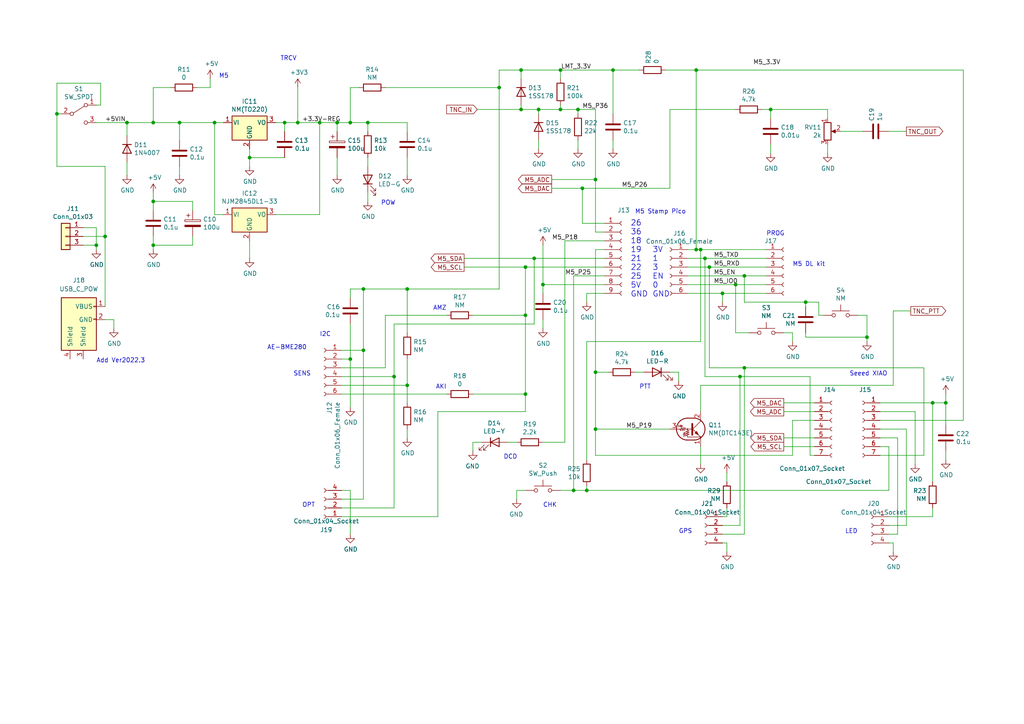
<source format=kicad_sch>
(kicad_sch (version 20230121) (generator eeschema)
  (paper "A4")
  (title_block (title "QRP-TNC") (date "2023-08-13") (company "PRUG / JK1MLY"))
  (lib_symbols
    (symbol "Connector:Conn_01x04_Socket" (pin_names (offset 1.016) hide)
      (property "Reference" "J" (at 0 5.08 0))
      (property "Value" "Conn_01x04_Socket" (at 0 -7.62 0))
      (symbol "Conn_01x04_Socket_1_1"
        (pin passive line (at -5.08 2.54 0) (length 3.81) (name "Pin_1") (number "1"))
        (pin passive line (at -5.08 0 0) (length 3.81) (name "Pin_2") (number "2"))
        (pin passive line (at -5.08 -2.54 0) (length 3.81) (name "Pin_3") (number "3"))
        (pin passive line (at -5.08 -5.08 0) (length 3.81) (name "Pin_4") (number "4"))
      )
    )
    (symbol "Connector:Conn_01x06_Female" (pin_names (offset 1.016) hide)
      (property "Reference" "J" (at 0 7.62 0))
      (property "Value" "Conn_01x06_Female" (at 0 -10.16 0))
      (symbol "Conn_01x06_Female_1_1"
        (pin passive line (at -5.08 5.08 0) (length 3.81) (name "Pin_1") (number "1"))
        (pin passive line (at -5.08 2.54 0) (length 3.81) (name "Pin_2") (number "2"))
        (pin passive line (at -5.08 0 0) (length 3.81) (name "Pin_3") (number "3"))
        (pin passive line (at -5.08 -2.54 0) (length 3.81) (name "Pin_4") (number "4"))
        (pin passive line (at -5.08 -5.08 0) (length 3.81) (name "Pin_5") (number "5"))
        (pin passive line (at -5.08 -7.62 0) (length 3.81) (name "Pin_6") (number "6"))
      )
    )
    (symbol "Connector:Conn_01x07_Socket" (pin_names (offset 1.016) hide)
      (property "Reference" "J" (at 0 10.16 0))
      (property "Value" "Conn_01x07_Socket" (at 0 -10.16 0))
      (symbol "Conn_01x07_Socket_1_1"
        (pin passive line (at -5.08 7.62 0) (length 3.81) (name "Pin_1") (number "1"))
        (pin passive line (at -5.08 5.08 0) (length 3.81) (name "Pin_2") (number "2"))
        (pin passive line (at -5.08 2.54 0) (length 3.81) (name "Pin_3") (number "3"))
        (pin passive line (at -5.08 0 0) (length 3.81) (name "Pin_4") (number "4"))
        (pin passive line (at -5.08 -2.54 0) (length 3.81) (name "Pin_5") (number "5"))
        (pin passive line (at -5.08 -5.08 0) (length 3.81) (name "Pin_6") (number "6"))
        (pin passive line (at -5.08 -7.62 0) (length 3.81) (name "Pin_7") (number "7"))
      )
    )
    (symbol "Connector:Conn_01x09_Female" (pin_names (offset 1.016) hide)
      (property "Reference" "J" (at 0 12.7 0))
      (property "Value" "Conn_01x09_Female" (at 0 -12.7 0))
      (symbol "Conn_01x09_Female_1_1"
        (pin passive line (at -5.08 10.16 0) (length 3.81) (name "Pin_1") (number "1"))
        (pin passive line (at -5.08 7.62 0) (length 3.81) (name "Pin_2") (number "2"))
        (pin passive line (at -5.08 5.08 0) (length 3.81) (name "Pin_3") (number "3"))
        (pin passive line (at -5.08 2.54 0) (length 3.81) (name "Pin_4") (number "4"))
        (pin passive line (at -5.08 0 0) (length 3.81) (name "Pin_5") (number "5"))
        (pin passive line (at -5.08 -2.54 0) (length 3.81) (name "Pin_6") (number "6"))
        (pin passive line (at -5.08 -5.08 0) (length 3.81) (name "Pin_7") (number "7"))
        (pin passive line (at -5.08 -7.62 0) (length 3.81) (name "Pin_8") (number "8"))
        (pin passive line (at -5.08 -10.16 0) (length 3.81) (name "Pin_9") (number "9"))
      )
    )
    (symbol "Connector_Generic:Conn_01x03" (pin_names (offset 1.016) hide)
      (property "Reference" "J" (at 0 5.08 0))
      (property "Value" "Conn_01x03" (at 0 -5.08 0))
      (symbol "Conn_01x03_1_1"
        (pin passive line (at -5.08 2.54 0) (length 3.81) (name "Pin_1") (number "1"))
        (pin passive line (at -5.08 0 0) (length 3.81) (name "Pin_2") (number "2"))
        (pin passive line (at -5.08 -2.54 0) (length 3.81) (name "Pin_3") (number "3"))
      )
    )
    (symbol "Device:C" (pin_numbers hide) (pin_names (offset 0.254))
      (property "Reference" "C" (at 0.635 2.54 0))
      (property "Value" "C" (at 0.635 -2.54 0))
      (symbol "C_1_1"
        (pin passive line (at 0 3.81 270) (length 2.794) (name "~") (number "1"))
        (pin passive line (at 0 -3.81 90) (length 2.794) (name "~") (number "2"))
      )
    )
    (symbol "Device:CP" (pin_numbers hide) (pin_names (offset 0.254))
      (property "Reference" "C" (at 0.635 2.54 0))
      (property "Value" "Device_CP" (at 0.635 -2.54 0))
      (symbol "CP_1_1"
        (pin passive line (at 0 3.81 270) (length 2.794) (name "~") (number "1"))
        (pin passive line (at 0 -3.81 90) (length 2.794) (name "~") (number "2"))
      )
    )
    (symbol "Device:LED" (pin_numbers hide) (pin_names (offset 1.016) hide)
      (property "Reference" "D" (at 0 2.54 0))
      (property "Value" "LED" (at 0 -2.54 0))
      (symbol "LED_1_1"
        (pin passive line (at -3.81 0 0) (length 2.54) (name "K") (number "1"))
        (pin passive line (at 3.81 0 180) (length 2.54) (name "A") (number "2"))
      )
    )
    (symbol "Device:R" (pin_numbers hide) (pin_names (offset 0))
      (property "Reference" "R" (at 2.032 0 90))
      (property "Value" "R" (at 0 0 90))
      (symbol "R_1_1"
        (pin passive line (at 0 3.81 270) (length 1.27) (name "~") (number "1"))
        (pin passive line (at 0 -3.81 90) (length 1.27) (name "~") (number "2"))
      )
    )
    (symbol "Device:R_POT" (pin_names (offset 1.016) hide)
      (property "Reference" "RV" (at -4.445 0 90))
      (property "Value" "Device_R_POT" (at -2.54 0 90))
      (symbol "R_POT_1_1"
        (pin passive line (at 0 3.81 270) (length 1.27) (name "1") (number "1"))
        (pin passive line (at 3.81 0 180) (length 1.27) (name "2") (number "2"))
        (pin passive line (at 0 -3.81 90) (length 1.27) (name "3") (number "3"))
      )
    )
    (symbol "Diode:1N4002" (pin_numbers hide) (pin_names (offset 1.016) hide)
      (property "Reference" "D" (at 0 2.54 0))
      (property "Value" "1N4002" (at 0 -2.54 0))
      (symbol "1N4002_1_1"
        (pin passive line (at -3.81 0 0) (length 2.54) (name "K") (number "1"))
        (pin passive line (at 3.81 0 180) (length 2.54) (name "A") (number "2"))
      )
    )
    (symbol "Regulator_Linear:LM2936-3.0" (pin_names (offset 0.254))
      (property "Reference" "U" (at -3.81 3.175 0))
      (property "Value" "LM2936-3.0" (at 0 3.175 0))
      (symbol "LM2936-3.0_1_1"
        (pin power_in line (at -7.62 0 0) (length 2.54) (name "VI") (number "1"))
        (pin power_in line (at 0 -7.62 90) (length 2.54) (name "GND") (number "2"))
        (pin power_out line (at 7.62 0 180) (length 2.54) (name "VO") (number "3"))
      )
    )
    (symbol "Regulator_Linear:LM2936-3.0_TO92" (pin_names (offset 0.254))
      (property "Reference" "IC11" (at 0 6.1468 0))
      (property "Value" "LM2936-3.0_TO92" (at 0 3.8354 0))
      (symbol "LM2936-3.0_TO92_1_1"
        (pin power_in line (at -7.62 0 0) (length 2.54) (name "VI") (number "1"))
        (pin power_in line (at 0 -7.62 90) (length 2.54) (name "GND") (number "2"))
        (pin power_out line (at 7.62 0 180) (length 2.54) (name "VO") (number "3"))
      )
    )
    (symbol "Switch:SW_Push" (pin_numbers hide) (pin_names (offset 1.016) hide)
      (property "Reference" "SW" (at 1.27 2.54 0))
      (property "Value" "SW_Push" (at 0 -1.524 0))
      (symbol "SW_Push_0_1"
        (pin passive line (at -5.08 0 0) (length 2.54) (name "1") (number "1"))
        (pin passive line (at 5.08 0 180) (length 2.54) (name "2") (number "2"))
      )
    )
    (symbol "Switch:SW_SPDT" (pin_names (offset 0) hide)
      (property "Reference" "SW" (at 0 4.318 0))
      (property "Value" "SW_SPDT" (at 0 -5.08 0))
      (symbol "SW_SPDT_1_1"
        (pin passive line (at 5.08 2.54 180) (length 2.54) (name "A") (number "1"))
        (pin passive line (at -5.08 0 0) (length 2.54) (name "B") (number "2"))
        (pin passive line (at 5.08 -2.54 180) (length 2.54) (name "C") (number "3"))
      )
    )
    (symbol "User_Library:USB_C_POW" (pin_names (offset 1.016))
      (property "Reference" "J" (at -5.08 11.43 0))
      (property "Value" "USB_C_POW" (at -5.08 8.89 0))
      (symbol "USB_C_POW_1_1"
        (pin power_out line (at 7.62 5.08 180) (length 2.54) (name "VBUS") (number "1"))
        (pin power_out line (at 7.62 1.27 180) (length 2.54) (name "GND") (number "2"))
        (pin passive line (at 1.27 -10.16 90) (length 2.54) (name "Shield") (number "3"))
        (pin passive line (at -2.54 -10.16 90) (length 2.54) (name "Shield") (number "4"))
      )
    )
    (symbol "power:+3.3V" (power) (pin_names (offset 0))
      (property "Value" "+3.3V" (at 0 3.556 0))
      (symbol "+3.3V_1_1"
        (pin power_in line (at 0 0 90) (length 0) hide (name "+3V3") (number "1"))
      )
    )
    (symbol "power:+5V" (power) (pin_names (offset 0))
      (property "Value" "+5V" (at 0 3.556 0))
      (symbol "+5V_1_1"
        (pin power_in line (at 0 0 90) (length 0) hide (name "+5V") (number "1"))
      )
    )
    (symbol "power:GND" (power) (pin_names (offset 0))
      (property "Value" "GND" (at 0 -3.81 0))
      (symbol "GND_1_1"
        (pin power_in line (at 0 0 270) (length 0) hide (name "GND") (number "1"))
      )
    )
    (symbol "usr_Library:DTC114E" (pin_names (offset 0) hide)
      (property "Reference" "Q11" (at 4.7752 1.1684 0))
      (property "Value" "NM(DTC114E)" (at 4.7752 -1.143 0))
      (symbol "DTC114E_0_0"
        (text "10k" (at -3.302 0.889 0) (effects (font (size 0.508 0.508))))
        (text "10k" (at -2.159 -1.524 900) (effects (font (size 0.508 0.508))))
      )
      (symbol "DTC114E_1_1"
        (pin passive line (at 2.54 -5.08 90) (length 2.54) (name "E") (number "1"))
        (pin passive line (at 2.54 5.08 270) (length 2.54) (name "C") (number "2"))
        (pin input line (at -6.35 0 0) (length 2.54) (name "B") (number "3"))
      )
    )
  )
  (junction (at 152.4 77.47))
  (junction (at 101.6 35.56))
  (junction (at 209.55 85.09))
  (junction (at 36.83 35.56))
  (junction (at 44.45 71.12))
  (junction (at 52.07 35.56))
  (junction (at 156.21 31.75))
  (junction (at 204.47 74.93))
  (junction (at 251.46 97.79))
  (junction (at 223.52 31.75))
  (junction (at 154.94 74.93))
  (junction (at 162.56 20.32))
  (junction (at 172.72 52.07))
  (junction (at 157.48 82.55))
  (junction (at 215.9 80.01))
  (junction (at 213.36 82.55))
  (junction (at 201.93 72.39))
  (junction (at 30.48 68.58))
  (junction (at 172.72 107.95))
  (junction (at 27.94 71.12))
  (junction (at 166.37 142.24))
  (junction (at 152.4 91.44))
  (junction (at 82.55 35.56))
  (junction (at 105.41 101.6))
  (junction (at 201.93 20.32))
  (junction (at 151.13 20.32))
  (junction (at 177.8 20.32))
  (junction (at 214.63 109.22))
  (junction (at 151.13 31.75))
  (junction (at 105.41 83.82))
  (junction (at 144.78 25.4))
  (junction (at 106.68 35.56))
  (junction (at 101.6 104.14))
  (junction (at 44.45 35.56))
  (junction (at 97.79 35.56))
  (junction (at 233.68 87.63))
  (junction (at 172.72 124.46))
  (junction (at 203.2 72.39))
  (junction (at 168.91 54.61))
  (junction (at 167.64 31.75))
  (junction (at 152.4 114.3))
  (junction (at 118.11 83.82))
  (junction (at 215.9 106.68))
  (junction (at 162.56 31.75))
  (junction (at 92.71 35.56))
  (junction (at 205.74 77.47))
  (junction (at 62.23 35.56))
  (junction (at 72.39 45.72))
  (junction (at 86.36 35.56))
  (junction (at 16.51 33.02))
  (junction (at 44.45 58.42))
  (junction (at 170.18 142.24))
  (junction (at 114.3 109.22))
  (junction (at 274.32 116.84))
  (junction (at 270.51 116.84))
  (junction (at 118.11 111.76))
  (wire (pts (xy 106.68 45.72) (xy 106.68 48.26)))
  (wire (pts (xy 255.27 121.92) (xy 279.4 121.92)))
  (wire (pts (xy 193.04 20.32) (xy 201.93 20.32)))
  (wire (pts (xy 203.2 119.38) (xy 203.2 111.76)))
  (wire (pts (xy 44.45 25.4) (xy 44.45 35.56)))
  (wire (pts (xy 274.32 130.81) (xy 274.32 133.35)))
  (wire (pts (xy 162.56 142.24) (xy 166.37 142.24)))
  (wire (pts (xy 265.43 119.38) (xy 265.43 134.62)))
  (wire (pts (xy 86.36 25.4) (xy 86.36 35.56)))
  (wire (pts (xy 168.91 54.61) (xy 168.91 64.77)))
  (wire (pts (xy 204.47 74.93) (xy 222.25 74.93)))
  (wire (pts (xy 227.33 116.84) (xy 236.22 116.84)))
  (wire (pts (xy 156.21 33.02) (xy 156.21 31.75)))
  (wire (pts (xy 16.51 48.26) (xy 30.48 48.26)))
  (wire (pts (xy 233.68 87.63) (xy 233.68 88.9)))
  (wire (pts (xy 204.47 74.93) (xy 204.47 109.22)))
  (wire (pts (xy 199.39 77.47) (xy 205.74 77.47)))
  (wire (pts (xy 223.52 34.29) (xy 223.52 31.75)))
  (wire (pts (xy 175.26 85.09) (xy 170.18 85.09)))
  (wire (pts (xy 213.36 31.75) (xy 194.31 31.75)))
  (wire (pts (xy 44.45 71.12) (xy 44.45 72.39)))
  (wire (pts (xy 227.33 96.52) (xy 229.87 96.52)))
  (wire (pts (xy 229.87 96.52) (xy 229.87 99.06)))
  (wire (pts (xy 118.11 83.82) (xy 144.78 83.82)))
  (wire (pts (xy 199.39 74.93) (xy 204.47 74.93)))
  (wire (pts (xy 201.93 72.39) (xy 203.2 72.39)))
  (wire (pts (xy 82.55 35.56) (xy 80.01 35.56)))
  (wire (pts (xy 177.8 20.32) (xy 162.56 20.32)))
  (wire (pts (xy 234.95 132.08) (xy 236.22 132.08)))
  (wire (pts (xy 259.08 90.17) (xy 259.08 111.76)))
  (wire (pts (xy 105.41 101.6) (xy 105.41 144.78)))
  (wire (pts (xy 233.68 87.63) (xy 237.49 87.63)))
  (wire (pts (xy 64.77 62.23) (xy 62.23 62.23)))
  (wire (pts (xy 223.52 41.91) (xy 223.52 44.45)))
  (wire (pts (xy 215.9 80.01) (xy 215.9 87.63)))
  (wire (pts (xy 175.26 69.85) (xy 163.83 69.85)))
  (wire (pts (xy 270.51 147.32) (xy 270.51 149.86)))
  (wire (pts (xy 157.48 92.71) (xy 157.48 95.25)))
  (wire (pts (xy 134.62 74.93) (xy 154.94 74.93)))
  (wire (pts (xy 92.71 35.56) (xy 97.79 35.56)))
  (wire (pts (xy 99.06 142.24) (xy 101.6 142.24)))
  (wire (pts (xy 205.74 106.68) (xy 215.9 106.68)))
  (wire (pts (xy 106.68 35.56) (xy 106.68 38.1)))
  (wire (pts (xy 267.97 132.08) (xy 267.97 106.68)))
  (wire (pts (xy 52.07 35.56) (xy 62.23 35.56)))
  (wire (pts (xy 144.78 25.4) (xy 144.78 83.82)))
  (wire (pts (xy 186.69 107.95) (xy 184.15 107.95)))
  (wire (pts (xy 274.32 114.3) (xy 274.32 116.84)))
  (wire (pts (xy 36.83 50.8) (xy 36.83 46.99)))
  (wire (pts (xy 167.64 31.75) (xy 167.64 33.02)))
  (wire (pts (xy 156.21 31.75) (xy 162.56 31.75)))
  (wire (pts (xy 172.72 132.08) (xy 229.87 132.08)))
  (wire (pts (xy 118.11 104.14) (xy 118.11 111.76)))
  (wire (pts (xy 97.79 45.72) (xy 97.79 50.8)))
  (wire (pts (xy 114.3 109.22) (xy 114.3 93.98)))
  (wire (pts (xy 255.27 119.38) (xy 265.43 119.38)))
  (wire (pts (xy 175.26 82.55) (xy 157.48 82.55)))
  (wire (pts (xy 199.39 80.01) (xy 215.9 80.01)))
  (wire (pts (xy 160.02 54.61) (xy 168.91 54.61)))
  (wire (pts (xy 194.31 31.75) (xy 194.31 54.61)))
  (wire (pts (xy 152.4 91.44) (xy 152.4 114.3)))
  (wire (pts (xy 215.9 87.63) (xy 233.68 87.63)))
  (wire (pts (xy 99.06 101.6) (xy 105.41 101.6)))
  (wire (pts (xy 154.94 74.93) (xy 175.26 74.93)))
  (wire (pts (xy 255.27 132.08) (xy 267.97 132.08)))
  (wire (pts (xy 251.46 91.44) (xy 251.46 97.79)))
  (wire (pts (xy 105.41 83.82) (xy 101.6 83.82)))
  (wire (pts (xy 101.6 104.14) (xy 101.6 118.11)))
  (wire (pts (xy 240.03 31.75) (xy 240.03 34.29)))
  (wire (pts (xy 255.27 124.46) (xy 262.89 124.46)))
  (wire (pts (xy 204.47 109.22) (xy 214.63 109.22)))
  (wire (pts (xy 24.13 68.58) (xy 30.48 68.58)))
  (wire (pts (xy 44.45 60.96) (xy 44.45 58.42)))
  (wire (pts (xy 44.45 68.58) (xy 44.45 71.12)))
  (wire (pts (xy 213.36 82.55) (xy 222.25 82.55)))
  (wire (pts (xy 279.4 20.32) (xy 201.93 20.32)))
  (wire (pts (xy 82.55 38.1) (xy 82.55 35.56)))
  (wire (pts (xy 215.9 106.68) (xy 267.97 106.68)))
  (wire (pts (xy 99.06 149.86) (xy 127 149.86)))
  (wire (pts (xy 44.45 35.56) (xy 52.07 35.56)))
  (wire (pts (xy 172.72 52.07) (xy 172.72 31.75)))
  (wire (pts (xy 16.51 33.02) (xy 17.78 33.02)))
  (wire (pts (xy 152.4 77.47) (xy 175.26 77.47)))
  (wire (pts (xy 72.39 69.85) (xy 72.39 74.93)))
  (wire (pts (xy 72.39 45.72) (xy 72.39 43.18)))
  (wire (pts (xy 106.68 55.88) (xy 106.68 58.42)))
  (wire (pts (xy 151.13 31.75) (xy 156.21 31.75)))
  (wire (pts (xy 240.03 41.91) (xy 240.03 44.45)))
  (wire (pts (xy 262.89 152.4) (xy 262.89 124.46)))
  (wire (pts (xy 72.39 48.26) (xy 72.39 45.72)))
  (wire (pts (xy 166.37 142.24) (xy 170.18 142.24)))
  (wire (pts (xy 201.93 72.39) (xy 199.39 72.39)))
  (wire (pts (xy 209.55 152.4) (xy 214.63 152.4)))
  (wire (pts (xy 127 119.38) (xy 152.4 119.38)))
  (wire (pts (xy 99.06 106.68) (xy 111.76 106.68)))
  (wire (pts (xy 137.16 114.3) (xy 152.4 114.3)))
  (wire (pts (xy 205.74 106.68) (xy 205.74 77.47)))
  (wire (pts (xy 170.18 140.97) (xy 170.18 142.24)))
  (wire (pts (xy 24.13 71.12) (xy 27.94 71.12)))
  (wire (pts (xy 203.2 129.54) (xy 203.2 134.62)))
  (wire (pts (xy 105.41 83.82) (xy 105.41 101.6)))
  (wire (pts (xy 105.41 83.82) (xy 118.11 83.82)))
  (wire (pts (xy 29.21 30.48) (xy 29.21 24.13)))
  (wire (pts (xy 199.39 85.09) (xy 209.55 85.09)))
  (wire (pts (xy 52.07 48.26) (xy 52.07 50.8)))
  (wire (pts (xy 162.56 20.32) (xy 151.13 20.32)))
  (wire (pts (xy 129.54 91.44) (xy 111.76 91.44)))
  (wire (pts (xy 194.31 54.61) (xy 168.91 54.61)))
  (wire (pts (xy 80.01 62.23) (xy 92.71 62.23)))
  (wire (pts (xy 170.18 85.09) (xy 170.18 87.63)))
  (wire (pts (xy 118.11 111.76) (xy 118.11 116.84)))
  (wire (pts (xy 27.94 66.04) (xy 27.94 71.12)))
  (wire (pts (xy 44.45 71.12) (xy 55.88 71.12)))
  (wire (pts (xy 172.72 67.31) (xy 175.26 67.31)))
  (wire (pts (xy 227.33 119.38) (xy 236.22 119.38)))
  (wire (pts (xy 215.9 154.94) (xy 215.9 106.68)))
  (wire (pts (xy 257.81 38.1) (xy 262.89 38.1)))
  (wire (pts (xy 233.68 96.52) (xy 233.68 97.79)))
  (wire (pts (xy 176.53 107.95) (xy 172.72 107.95)))
  (wire (pts (xy 27.94 71.12) (xy 27.94 72.39)))
  (wire (pts (xy 36.83 35.56) (xy 44.45 35.56)))
  (wire (pts (xy 86.36 35.56) (xy 92.71 35.56)))
  (wire (pts (xy 194.31 124.46) (xy 172.72 124.46)))
  (wire (pts (xy 52.07 40.64) (xy 52.07 35.56)))
  (wire (pts (xy 162.56 31.75) (xy 167.64 31.75)))
  (wire (pts (xy 205.74 77.47) (xy 222.25 77.47)))
  (wire (pts (xy 101.6 142.24) (xy 101.6 154.94)))
  (wire (pts (xy 210.82 157.48) (xy 210.82 160.02)))
  (wire (pts (xy 27.94 30.48) (xy 29.21 30.48)))
  (wire (pts (xy 172.72 132.08) (xy 172.72 124.46)))
  (wire (pts (xy 44.45 58.42) (xy 44.45 55.88)))
  (wire (pts (xy 170.18 99.06) (xy 170.18 133.35)))
  (wire (pts (xy 24.13 66.04) (xy 27.94 66.04)))
  (wire (pts (xy 209.55 149.86) (xy 210.82 149.86)))
  (wire (pts (xy 157.48 128.27) (xy 163.83 128.27)))
  (wire (pts (xy 144.78 20.32) (xy 151.13 20.32)))
  (wire (pts (xy 233.68 97.79) (xy 251.46 97.79)))
  (wire (pts (xy 151.13 30.48) (xy 151.13 31.75)))
  (wire (pts (xy 118.11 38.1) (xy 118.11 35.56)))
  (wire (pts (xy 16.51 48.26) (xy 16.51 33.02)))
  (wire (pts (xy 227.33 129.54) (xy 236.22 129.54)))
  (wire (pts (xy 166.37 80.01) (xy 166.37 142.24)))
  (wire (pts (xy 172.72 72.39) (xy 172.72 107.95)))
  (wire (pts (xy 215.9 80.01) (xy 222.25 80.01)))
  (wire (pts (xy 257.81 152.4) (xy 262.89 152.4)))
  (wire (pts (xy 60.96 25.4) (xy 60.96 22.86)))
  (wire (pts (xy 209.55 154.94) (xy 215.9 154.94)))
  (wire (pts (xy 99.06 109.22) (xy 114.3 109.22)))
  (wire (pts (xy 152.4 119.38) (xy 152.4 114.3)))
  (wire (pts (xy 172.72 31.75) (xy 167.64 31.75)))
  (wire (pts (xy 33.02 92.71) (xy 33.02 95.25)))
  (wire (pts (xy 99.06 104.14) (xy 101.6 104.14)))
  (wire (pts (xy 255.27 129.54) (xy 257.81 129.54)))
  (wire (pts (xy 223.52 31.75) (xy 240.03 31.75)))
  (wire (pts (xy 97.79 35.56) (xy 97.79 38.1)))
  (wire (pts (xy 177.8 33.02) (xy 177.8 20.32)))
  (wire (pts (xy 201.93 20.32) (xy 201.93 72.39)))
  (wire (pts (xy 101.6 25.4) (xy 101.6 35.56)))
  (wire (pts (xy 270.51 116.84) (xy 274.32 116.84)))
  (wire (pts (xy 62.23 35.56) (xy 64.77 35.56)))
  (wire (pts (xy 104.14 25.4) (xy 101.6 25.4)))
  (wire (pts (xy 172.72 67.31) (xy 172.72 52.07)))
  (wire (pts (xy 99.06 144.78) (xy 105.41 144.78)))
  (wire (pts (xy 257.81 157.48) (xy 259.08 157.48)))
  (wire (pts (xy 92.71 62.23) (xy 92.71 35.56)))
  (wire (pts (xy 210.82 137.16) (xy 210.82 139.7)))
  (wire (pts (xy 144.78 20.32) (xy 144.78 25.4)))
  (wire (pts (xy 137.16 128.27) (xy 137.16 130.81)))
  (wire (pts (xy 172.72 107.95) (xy 172.72 124.46)))
  (wire (pts (xy 260.35 154.94) (xy 260.35 127)))
  (wire (pts (xy 147.32 128.27) (xy 149.86 128.27)))
  (wire (pts (xy 209.55 85.09) (xy 222.25 85.09)))
  (wire (pts (xy 257.81 149.86) (xy 270.51 149.86)))
  (wire (pts (xy 166.37 80.01) (xy 175.26 80.01)))
  (wire (pts (xy 99.06 111.76) (xy 118.11 111.76)))
  (wire (pts (xy 55.88 58.42) (xy 44.45 58.42)))
  (wire (pts (xy 209.55 157.48) (xy 210.82 157.48)))
  (wire (pts (xy 138.43 31.75) (xy 151.13 31.75)))
  (wire (pts (xy 264.16 90.17) (xy 259.08 90.17)))
  (wire (pts (xy 57.15 25.4) (xy 60.96 25.4)))
  (wire (pts (xy 111.76 91.44) (xy 111.76 106.68)))
  (wire (pts (xy 36.83 39.37) (xy 36.83 35.56)))
  (wire (pts (xy 255.27 127) (xy 260.35 127)))
  (wire (pts (xy 199.39 82.55) (xy 213.36 82.55)))
  (wire (pts (xy 101.6 93.98) (xy 101.6 104.14)))
  (wire (pts (xy 274.32 116.84) (xy 274.32 123.19)))
  (wire (pts (xy 157.48 71.12) (xy 157.48 82.55)))
  (wire (pts (xy 127 149.86) (xy 127 119.38)))
  (wire (pts (xy 209.55 85.09) (xy 209.55 87.63)))
  (wire (pts (xy 167.64 40.64) (xy 167.64 43.18)))
  (wire (pts (xy 114.3 93.98) (xy 154.94 93.98)))
  (wire (pts (xy 55.88 68.58) (xy 55.88 71.12)))
  (wire (pts (xy 157.48 85.09) (xy 157.48 82.55)))
  (wire (pts (xy 99.06 114.3) (xy 129.54 114.3)))
  (wire (pts (xy 118.11 35.56) (xy 106.68 35.56)))
  (wire (pts (xy 257.81 129.54) (xy 257.81 142.24)))
  (wire (pts (xy 55.88 60.96) (xy 55.88 58.42)))
  (wire (pts (xy 111.76 25.4) (xy 144.78 25.4)))
  (wire (pts (xy 162.56 30.48) (xy 162.56 31.75)))
  (wire (pts (xy 177.8 40.64) (xy 177.8 43.18)))
  (wire (pts (xy 196.85 107.95) (xy 196.85 110.49)))
  (wire (pts (xy 162.56 22.86) (xy 162.56 20.32)))
  (wire (pts (xy 214.63 109.22) (xy 234.95 109.22)))
  (wire (pts (xy 163.83 69.85) (xy 163.83 128.27)))
  (wire (pts (xy 160.02 52.07) (xy 172.72 52.07)))
  (wire (pts (xy 270.51 116.84) (xy 270.51 139.7)))
  (wire (pts (xy 62.23 35.56) (xy 62.23 62.23)))
  (wire (pts (xy 210.82 149.86) (xy 210.82 147.32)))
  (wire (pts (xy 234.95 109.22) (xy 234.95 132.08)))
  (wire (pts (xy 16.51 24.13) (xy 16.51 33.02)))
  (wire (pts (xy 154.94 74.93) (xy 154.94 93.98)))
  (wire (pts (xy 118.11 124.46) (xy 118.11 127)))
  (wire (pts (xy 101.6 35.56) (xy 106.68 35.56)))
  (wire (pts (xy 118.11 83.82) (xy 118.11 96.52)))
  (wire (pts (xy 101.6 83.82) (xy 101.6 86.36)))
  (wire (pts (xy 248.92 91.44) (xy 251.46 91.44)))
  (wire (pts (xy 118.11 45.72) (xy 118.11 50.8)))
  (wire (pts (xy 152.4 142.24) (xy 149.86 142.24)))
  (wire (pts (xy 259.08 157.48) (xy 259.08 160.02)))
  (wire (pts (xy 82.55 35.56) (xy 86.36 35.56)))
  (wire (pts (xy 170.18 99.06) (xy 203.2 99.06)))
  (wire (pts (xy 237.49 91.44) (xy 237.49 87.63)))
  (wire (pts (xy 227.33 127) (xy 236.22 127)))
  (wire (pts (xy 213.36 96.52) (xy 213.36 82.55)))
  (wire (pts (xy 257.81 154.94) (xy 260.35 154.94)))
  (wire (pts (xy 156.21 40.64) (xy 156.21 43.18)))
  (wire (pts (xy 27.94 35.56) (xy 36.83 35.56)))
  (wire (pts (xy 137.16 91.44) (xy 152.4 91.44)))
  (wire (pts (xy 99.06 147.32) (xy 114.3 147.32)))
  (wire (pts (xy 217.17 96.52) (xy 213.36 96.52)))
  (wire (pts (xy 172.72 72.39) (xy 175.26 72.39)))
  (wire (pts (xy 214.63 152.4) (xy 214.63 109.22)))
  (wire (pts (xy 152.4 77.47) (xy 152.4 91.44)))
  (wire (pts (xy 170.18 142.24) (xy 257.81 142.24)))
  (wire (pts (xy 175.26 64.77) (xy 168.91 64.77)))
  (wire (pts (xy 203.2 111.76) (xy 259.08 111.76)))
  (wire (pts (xy 139.7 128.27) (xy 137.16 128.27)))
  (wire (pts (xy 30.48 68.58) (xy 30.48 88.9)))
  (wire (pts (xy 255.27 116.84) (xy 270.51 116.84)))
  (wire (pts (xy 238.76 91.44) (xy 237.49 91.44)))
  (wire (pts (xy 177.8 20.32) (xy 185.42 20.32)))
  (wire (pts (xy 82.55 45.72) (xy 72.39 45.72)))
  (wire (pts (xy 243.84 38.1) (xy 250.19 38.1)))
  (wire (pts (xy 114.3 147.32) (xy 114.3 109.22)))
  (wire (pts (xy 279.4 121.92) (xy 279.4 20.32)))
  (wire (pts (xy 203.2 72.39) (xy 222.25 72.39)))
  (wire (pts (xy 97.79 35.56) (xy 101.6 35.56)))
  (wire (pts (xy 236.22 121.92) (xy 229.87 121.92)))
  (wire (pts (xy 151.13 20.32) (xy 151.13 22.86)))
  (wire (pts (xy 251.46 97.79) (xy 251.46 99.06)))
  (wire (pts (xy 30.48 68.58) (xy 30.48 48.26)))
  (wire (pts (xy 203.2 99.06) (xy 203.2 72.39)))
  (wire (pts (xy 194.31 107.95) (xy 196.85 107.95)))
  (wire (pts (xy 49.53 25.4) (xy 44.45 25.4)))
  (wire (pts (xy 229.87 121.92) (xy 229.87 132.08)))
  (wire (pts (xy 149.86 142.24) (xy 149.86 144.78)))
  (wire (pts (xy 30.48 92.71) (xy 33.02 92.71)))
  (wire (pts (xy 220.98 31.75) (xy 223.52 31.75)))
  (wire (pts (xy 134.62 77.47) (xy 152.4 77.47)))
  (wire (pts (xy 29.21 24.13) (xy 16.51 24.13)))
  (text "DCD" (at 146.05 133.35 0) (effects (font (size 1.27 1.27)) (justify left bottom)))
  (text "PTT" (at 185.42 113.03 0) (effects (font (size 1.27 1.27)) (justify left bottom)))
  (text "SENS" (at 85.09 109.22 0) (effects (font (size 1.27 1.27)) (justify left bottom)))
  (text "OPT" (at 87.63 147.32 0) (effects (font (size 1.27 1.27)) (justify left bottom)))
  (text "AKI" (at 129.54 113.03 0) (effects (font (size 1.27 1.27)) (justify right bottom)))
  (text "CHK" (at 157.48 147.32 0) (effects (font (size 1.27 1.27)) (justify left bottom)))
  (text "3V\n1\n3\nEN\n0\nGND" (at 189.23 86.36 0) (effects (font (size 1.6 1.6)) (justify left bottom)))
  (text "AMZ" (at 129.54 90.17 0) (effects (font (size 1.27 1.27)) (justify right bottom)))
  (text "26\n36\n18\n19\n21\n22\n25\n5V\nGND\n" (at 182.88 86.36 0) (effects (font (size 1.6 1.6)) (justify left bottom)))
  (text "AE-BME280" (at 77.47 101.6 0) (effects (font (size 1.27 1.27)) (justify left bottom)))
  (text "M5 Stamp Pico" (at 184.15 62.23 0) (effects (font (size 1.27 1.27)) (justify left bottom)))
  (text "M5" (at 63.5 22.86 0) (effects (font (size 1.27 1.27)) (justify left bottom)))
  (text "Add Ver2022.3" (at 27.94 105.41 0) (effects (font (size 1.27 1.27)) (justify left bottom)))
  (text "PROG" (at 222.25 68.58 0) (effects (font (size 1.27 1.27)) (justify left bottom)))
  (text "I2C" (at 92.71 97.79 0) (effects (font (size 1.27 1.27)) (justify left bottom)))
  (text "POW" (at 110.49 59.69 0) (effects (font (size 1.27 1.27)) (justify left bottom)))
  (text "TRCV" (at 81.28 17.78 0) (effects (font (size 1.27 1.27)) (justify left bottom)))
  (text "Seeed XIAO" (at 246.38 109.22 0) (effects (font (size 1.27 1.27)) (justify left bottom)))
  (text "M5 DL kit" (at 229.87 77.47 0) (effects (font (size 1.27 1.27)) (justify left bottom)))
  (text "GPS" (at 196.85 154.94 0) (effects (font (size 1.27 1.27)) (justify left bottom)))
  (text "LED" (at 245.11 154.94 0) (effects (font (size 1.27 1.27)) (justify left bottom)))
  (label "M5_P36" (at 168.91 31.75 0))
  (label "M5_IO0" (at 207.01 82.55 0))
  (label "M5_P18" (at 167.64 69.85 180))
  (label "M5_3.3V" (at 218.44 19.05 0))
  (label "M5_P19" (at 181.61 124.46 0))
  (label "M5_EN" (at 207.01 80.01 0))
  (label "M5_P26" (at 180.34 54.61 0))
  (label "M5_P25" (at 171.45 80.01 180))
  (label "+3.3V-REG" (at 87.63 35.56 0))
  (label "LMT_3.3V" (at 171.45 20.32 180))
  (label "+5VIN" (at 30.48 35.56 0))
  (label "M5_RXD" (at 207.01 77.47 0))
  (label "M5_TXD" (at 207.01 74.93 0))
  (global_label "M5_DAC" (shape output) (at 227.33 116.84 180) (property "Intersheetrefs" "${INTERSHEET_REFS}" (effects hide)))
  (global_label "TNC_OUT" (shape output) (at 262.89 38.1 0) (property "Intersheetrefs" "${INTERSHEET_REFS}" (effects hide)))
  (global_label "M5_SDA" (shape output) (at 134.62 74.93 180) (property "Intersheetrefs" "${INTERSHEET_REFS}" (effects hide)))
  (global_label "M5_SDA" (shape output) (at 227.33 127 180) (property "Intersheetrefs" "${INTERSHEET_REFS}" (effects hide)))
  (global_label "TNC_IN" (shape input) (at 138.43 31.75 180) (property "Intersheetrefs" "${INTERSHEET_REFS}" (effects hide)))
  (global_label "M5_ADC" (shape output) (at 227.33 119.38 180) (property "Intersheetrefs" "${INTERSHEET_REFS}" (effects hide)))
  (global_label "TNC_PTT" (shape output) (at 264.16 90.17 0) (property "Intersheetrefs" "${INTERSHEET_REFS}" (effects hide)))
  (global_label "M5_SCL" (shape output) (at 227.33 129.54 180) (property "Intersheetrefs" "${INTERSHEET_REFS}" (effects hide)))
  (global_label "M5_SCL" (shape output) (at 134.62 77.47 180) (property "Intersheetrefs" "${INTERSHEET_REFS}" (effects hide)))
  (global_label "M5_ADC" (shape output) (at 160.02 52.07 180) (property "Intersheetrefs" "${INTERSHEET_REFS}" (effects hide)))
  (global_label "M5_DAC" (shape output) (at 160.02 54.61 180) (property "Intersheetrefs" "${INTERSHEET_REFS}" (effects hide)))
  (symbol (lib_id "Device:R") (at 106.68 41.91 0) (unit 1)
    (property "Reference" "R13" (at 108.458 40.7416 0) (effects (justify left)))
    (property "Value" "10k" (at 108.458 43.053 0) (effects (justify left)))
    (property "Footprint" "Resistor_THT:R_Axial_DIN0207_L6.3mm_D2.5mm_P2.54mm_Vertical" (effects hide))
    (property "Datasheet" "R-25103" (effects hide))
  )
  (symbol (lib_id "Switch:SW_SPDT") (at 22.86 33.02 0) (unit 1)
    (property "Reference" "S1" (at 22.86 25.781 0))
    (property "Value" "SW_SPDT" (at 22.86 28.0924 0))
    (property "Footprint" "digikey-footprints:Switch_Slide_11.6x4mm_EG1218" (effects hide))
    (property "Datasheet" "P-12723" (effects hide))
  )
  (symbol (lib_id "Device:R") (at 180.34 107.95 90) (unit 1)
    (property "Reference" "R24" (at 180.34 102.6922 90))
    (property "Value" "4.7k" (at 180.34 105.0036 90))
    (property "Footprint" "Resistor_THT:R_Axial_DIN0207_L6.3mm_D2.5mm_P2.54mm_Vertical" (effects hide))
    (property "Datasheet" "R-25472" (effects hide))
  )
  (symbol (lib_id "power:GND") (at 97.79 50.8 0) (unit 1)
    (property "Reference" "#PWR019" (effects hide))
    (property "Value" "GND" (at 97.917 55.1942 0))
  )
  (symbol (lib_id "power:GND") (at 196.85 110.49 0) (unit 1)
    (property "Reference" "#PWR032" (effects hide))
    (property "Value" "GND" (at 196.977 114.8842 0))
  )
  (symbol (lib_id "Switch:SW_Push") (at 157.48 142.24 0) (mirror y) (unit 1)
    (property "Reference" "S2" (at 157.48 135.001 0))
    (property "Value" "SW_Push" (at 157.48 137.3124 0))
    (property "Footprint" "usr-Library:Switch_2P" (effects hide))
    (property "Datasheet" "P-08080" (effects hide))
  )
  (symbol (lib_id "Regulator_Linear:LM2936-3.0") (at 72.39 62.23 0) (unit 1)
    (property "Reference" "IC12" (at 72.39 56.0832 0))
    (property "Value" "NJM2845DL1-33" (at 72.39 58.3946 0))
    (property "Footprint" "digikey-footprints:TO-252-3" (effects hide))
    (property "Datasheet" "I-02252" (effects hide))
  )
  (symbol (lib_id "Regulator_Linear:LM2936-3.0_TO92") (at 72.39 35.56 0) (unit 1)
    (property "Reference" "IC11" (at 72.39 29.4132 0))
    (property "Value" "NM(TO220)" (at 72.39 31.7246 0))
    (property "Footprint" "Package_TO_SOT_THT:TO-126-3_Vertical" (effects hide))
  )
  (symbol (lib_id "Device:C") (at 52.07 44.45 0) (unit 1)
    (property "Reference" "C12" (at 54.991 43.2816 0) (effects (justify left)))
    (property "Value" "0.1u" (at 54.991 45.593 0) (effects (justify left)))
    (property "Footprint" "Capacitor_THT:C_Disc_D3.4mm_W2.1mm_P2.50mm" (effects hide))
    (property "Datasheet" "P-13582" (effects hide))
  )
  (symbol (lib_id "power:GND") (at 52.07 50.8 0) (unit 1)
    (property "Reference" "#PWR015" (effects hide))
    (property "Value" "GND" (at 52.197 55.1942 0))
  )
  (symbol (lib_id "Device:C") (at 118.11 41.91 0) (unit 1)
    (property "Reference" "C14" (at 121.031 40.7416 0) (effects (justify left)))
    (property "Value" "0.1u" (at 121.031 43.053 0) (effects (justify left)))
    (property "Footprint" "Capacitor_THT:C_Disc_D3.4mm_W2.1mm_P2.50mm" (effects hide))
    (property "Datasheet" "P-13582" (effects hide))
  )
  (symbol (lib_id "power:GND") (at 72.39 48.26 0) (unit 1)
    (property "Reference" "#PWR017" (effects hide))
    (property "Value" "GND" (at 72.517 52.6542 0))
  )
  (symbol (lib_id "power:GND") (at 72.39 74.93 0) (unit 1)
    (property "Reference" "#PWR018" (effects hide))
    (property "Value" "GND" (at 72.517 79.3242 0))
  )
  (symbol (lib_id "power:GND") (at 27.94 72.39 0) (unit 1)
    (property "Reference" "#PWR011" (effects hide))
    (property "Value" "GND" (at 28.067 76.7842 0))
  )
  (symbol (lib_id "Device:LED") (at 190.5 107.95 0) (mirror y) (unit 1)
    (property "Reference" "D16" (at 190.6778 102.4382 0))
    (property "Value" "LED-R" (at 190.6778 104.7496 0))
    (property "Footprint" "digikey-footprints:LED_3mm_Radial" (effects hide))
    (property "Datasheet" "I-11577" (effects hide))
  )
  (symbol (lib_id "power:GND") (at 149.86 144.78 0) (mirror y) (unit 1)
    (property "Reference" "#PWR025" (effects hide))
    (property "Value" "GND" (at 149.733 149.1742 0))
  )
  (symbol (lib_id "Device:C") (at 82.55 41.91 0) (unit 1)
    (property "Reference" "C13" (at 85.471 40.7416 0) (effects (justify left)))
    (property "Value" "0.1u" (at 85.471 43.053 0) (effects (justify left)))
    (property "Footprint" "Capacitor_THT:C_Disc_D3.4mm_W2.1mm_P2.50mm" (effects hide))
    (property "Datasheet" "P-13582" (effects hide))
  )
  (symbol (lib_id "Device:LED") (at 106.68 52.07 90) (unit 1)
    (property "Reference" "D12" (at 109.6772 51.0794 90) (effects (justify right)))
    (property "Value" "LED-G" (at 109.6772 53.3908 90) (effects (justify right)))
    (property "Footprint" "digikey-footprints:LED_3mm_Radial" (effects hide))
    (property "Datasheet" "I-11635" (effects hide))
  )
  (symbol (lib_id "power:GND") (at 106.68 58.42 0) (unit 1)
    (property "Reference" "#PWR022" (effects hide))
    (property "Value" "GND" (at 106.807 62.8142 0))
  )
  (symbol (lib_id "Diode:1N4002") (at 36.83 43.18 270) (unit 1)
    (property "Reference" "D11" (at 38.862 42.0116 90) (effects (justify left)))
    (property "Value" "1N4007" (at 38.862 44.323 90) (effects (justify left)))
    (property "Footprint" "Diode_THT:D_DO-41_SOD81_P10.16mm_Horizontal" (effects hide))
    (property "Datasheet" "I-08332" (effects hide))
  )
  (symbol (lib_id "power:GND") (at 36.83 50.8 0) (unit 1)
    (property "Reference" "#PWR012" (effects hide))
    (property "Value" "GND" (at 36.957 55.1942 0))
  )
  (symbol (lib_id "Device:CP") (at 97.79 41.91 0) (unit 1)
    (property "Reference" "C15" (at 100.7872 40.7416 0) (effects (justify left)))
    (property "Value" "100u" (at 100.7872 43.053 0) (effects (justify left)))
    (property "Footprint" "Capacitor_THT:CP_Radial_D4.0mm_P2.00mm" (effects hide))
    (property "Datasheet" "P-17877" (effects hide))
  )
  (symbol (lib_id "Connector_Generic:Conn_01x03") (at 19.05 68.58 0) (mirror y) (unit 1)
    (property "Reference" "J11" (at 21.1328 60.5282 0))
    (property "Value" "Conn_01x03" (at 21.1328 62.8396 0))
    (property "Footprint" "Connector_PinHeader_2.54mm:PinHeader_1x03_P2.54mm_Vertical" (effects hide))
    (property "Datasheet" "C-00167" (effects hide))
  )
  (symbol (lib_id "power:+5V") (at 60.96 22.86 0) (unit 1)
    (property "Reference" "#PWR016" (effects hide))
    (property "Value" "+5V" (at 61.341 18.4658 0))
  )
  (symbol (lib_id "power:+3.3V") (at 86.36 25.4 0) (unit 1)
    (property "Reference" "#PWR020" (effects hide))
    (property "Value" "+3.3V" (at 86.741 21.0058 0))
  )
  (symbol (lib_id "Device:C") (at 44.45 64.77 0) (unit 1)
    (property "Reference" "C11" (at 47.371 63.6016 0) (effects (justify left)))
    (property "Value" "0.1u" (at 47.371 65.913 0) (effects (justify left)))
    (property "Footprint" "Capacitor_THT:C_Disc_D3.4mm_W2.1mm_P2.50mm" (effects hide))
    (property "Datasheet" "P-13582" (effects hide))
  )
  (symbol (lib_id "power:GND") (at 44.45 72.39 0) (unit 1)
    (property "Reference" "#PWR014" (effects hide))
    (property "Value" "GND" (at 44.577 76.7842 0))
  )
  (symbol (lib_id "power:+5V") (at 44.45 55.88 0) (unit 1)
    (property "Reference" "#PWR013" (effects hide))
    (property "Value" "+5V" (at 44.831 51.4858 0))
  )
  (symbol (lib_id "Connector:Conn_01x09_Female") (at 180.34 74.93 0) (unit 1)
    (property "Reference" "J13" (at 179.07 60.96 0) (effects (justify left)))
    (property "Value" "Conn_01x09_Female" (effects hide))
    (property "Footprint" "UserLib:PinHeader_1x09_P2.54mm_Vertical" (effects hide))
    (property "Datasheet" "C-03138" (effects hide))
  )
  (symbol (lib_id "power:GND") (at 170.18 87.63 0) (unit 1)
    (property "Reference" "#PWR029" (effects hide))
    (property "Value" "GND" (at 170.307 92.0242 0))
  )
  (symbol (lib_id "power:+5V") (at 157.48 71.12 0) (unit 1)
    (property "Reference" "#PWR027" (effects hide))
    (property "Value" "+5V" (at 157.861 66.7258 0))
  )
  (symbol (lib_id "Connector:Conn_01x06_Female") (at 194.31 77.47 0) (mirror y) (unit 1)
    (property "Reference" "J16" (at 197.0532 67.691 0))
    (property "Value" "Conn_01x06_Female" (at 197.0532 70.0024 0))
    (property "Footprint" "UserLib:PinHeader_1x06_P2.54mm_Vertical" (effects hide))
    (property "Datasheet" "C-05779" (effects hide))
  )
  (symbol (lib_id "power:GND") (at 209.55 87.63 0) (unit 1)
    (property "Reference" "#PWR034" (effects hide))
    (property "Value" "GND" (at 209.677 92.0242 0))
  )
  (symbol (lib_id "usr_Library:DTC114E") (at 200.66 124.46 0) (unit 1)
    (property "Reference" "Q11" (at 205.4352 123.2916 0) (effects (justify left)))
    (property "Value" "NM(DTC143E)" (at 205.4352 125.603 0) (effects (justify left)))
    (property "Footprint" "Package_TO_SOT_THT:TO-92_Inline_Wide" (effects hide))
    (property "Datasheet" "I-12469" (effects hide))
  )
  (symbol (lib_id "power:GND") (at 203.2 134.62 0) (unit 1)
    (property "Reference" "#PWR033" (effects hide))
    (property "Value" "GND" (at 203.327 139.0142 0))
  )
  (symbol (lib_id "power:GND") (at 118.11 50.8 0) (unit 1)
    (property "Reference" "#PWR0110" (effects hide))
    (property "Value" "GND" (at 118.237 55.1942 0))
  )
  (symbol (lib_id "power:GND") (at 156.21 43.18 0) (unit 1)
    (property "Reference" "#PWR026" (effects hide))
    (property "Value" "GND" (at 156.337 47.5742 0))
  )
  (symbol (lib_id "power:GND") (at 167.64 43.18 0) (unit 1)
    (property "Reference" "#PWR028" (effects hide))
    (property "Value" "GND" (at 167.767 47.5742 0))
  )
  (symbol (lib_id "Diode:1N4002") (at 156.21 36.83 270) (unit 1)
    (property "Reference" "D15" (at 158.242 35.6616 90) (effects (justify left)))
    (property "Value" "1SS178" (at 158.242 37.973 90) (effects (justify left)))
    (property "Footprint" "Diode_THT:D_A-405_P2.54mm_Vertical_AnodeUp" (effects hide))
    (property "Datasheet" "I-07783" (effects hide))
  )
  (symbol (lib_id "Diode:1N4002") (at 151.13 26.67 270) (unit 1)
    (property "Reference" "D13" (at 153.162 25.5016 90) (effects (justify left)))
    (property "Value" "1SS178" (at 153.162 27.813 90) (effects (justify left)))
    (property "Footprint" "Diode_THT:D_A-405_P2.54mm_Vertical_AnodeUp" (effects hide))
    (property "Datasheet" "I-07783" (effects hide))
  )
  (symbol (lib_id "Device:R") (at 162.56 26.67 0) (unit 1)
    (property "Reference" "R21" (at 164.338 25.5016 0) (effects (justify left)))
    (property "Value" "100k" (at 164.338 27.813 0) (effects (justify left)))
    (property "Footprint" "Resistor_THT:R_Axial_DIN0207_L6.3mm_D2.5mm_P2.54mm_Vertical" (effects hide))
    (property "Datasheet" "R-25104" (effects hide))
  )
  (symbol (lib_id "Device:R") (at 167.64 36.83 0) (unit 1)
    (property "Reference" "R22" (at 169.418 35.6616 0) (effects (justify left)))
    (property "Value" "22k" (at 169.418 37.973 0) (effects (justify left)))
    (property "Footprint" "Resistor_THT:R_Axial_DIN0207_L6.3mm_D2.5mm_P2.54mm_Vertical" (effects hide))
    (property "Datasheet" "R-25223" (effects hide))
  )
  (symbol (lib_id "Device:R") (at 217.17 31.75 270) (unit 1)
    (property "Reference" "R26" (at 217.17 26.4922 90))
    (property "Value" "4.7k" (at 217.17 28.8036 90))
    (property "Footprint" "Resistor_THT:R_Axial_DIN0207_L6.3mm_D2.5mm_P2.54mm_Vertical" (effects hide))
    (property "Datasheet" "R-25472" (effects hide))
  )
  (symbol (lib_id "Device:C") (at 223.52 38.1 0) (unit 1)
    (property "Reference" "C18" (at 226.441 36.9316 0) (effects (justify left)))
    (property "Value" "0.01u" (at 226.441 39.243 0) (effects (justify left)))
    (property "Footprint" "Capacitor_THT:C_Disc_D3.4mm_W2.1mm_P2.50mm" (effects hide))
    (property "Datasheet" "P-04063" (effects hide))
  )
  (symbol (lib_id "power:GND") (at 223.52 44.45 0) (unit 1)
    (property "Reference" "#PWR036" (effects hide))
    (property "Value" "GND" (at 223.647 48.8442 0))
  )
  (symbol (lib_id "Device:R_POT") (at 240.03 38.1 0) (unit 1)
    (property "Reference" "RV11" (at 238.252 36.9316 0) (effects (justify right)))
    (property "Value" "2k" (at 238.252 39.243 0) (effects (justify right)))
    (property "Footprint" "Potentiometer_THT:Potentiometer_Bourns_3386P_Vertical" (effects hide))
    (property "Datasheet" "P-14902" (effects hide))
  )
  (symbol (lib_id "Device:C") (at 254 38.1 90) (unit 1)
    (property "Reference" "C19" (at 252.8316 35.179 0) (effects (justify left)))
    (property "Value" "1u" (at 255.143 35.179 0) (effects (justify left)))
    (property "Footprint" "Capacitor_THT:C_Disc_D3.4mm_W2.1mm_P2.50mm" (effects hide))
    (property "Datasheet" "P-13582" (effects hide))
  )
  (symbol (lib_id "Device:C") (at 177.8 36.83 0) (unit 1)
    (property "Reference" "C17" (at 180.721 35.6616 0) (effects (justify left)))
    (property "Value" "0.1u" (at 180.721 37.973 0) (effects (justify left)))
    (property "Footprint" "Capacitor_THT:C_Disc_D3.4mm_W2.1mm_P2.50mm" (effects hide))
    (property "Datasheet" "P-13582" (effects hide))
  )
  (symbol (lib_id "power:GND") (at 177.8 43.18 0) (unit 1)
    (property "Reference" "#PWR030" (effects hide))
    (property "Value" "GND" (at 177.927 47.5742 0))
  )
  (symbol (lib_id "power:GND") (at 240.03 44.45 0) (unit 1)
    (property "Reference" "#PWR037" (effects hide))
    (property "Value" "GND" (at 240.157 48.8442 0))
  )
  (symbol (lib_id "Device:C") (at 157.48 88.9 0) (unit 1)
    (property "Reference" "C20" (at 160.401 87.7316 0) (effects (justify left)))
    (property "Value" "0.1u" (at 160.401 90.043 0) (effects (justify left)))
    (property "Footprint" "Capacitor_THT:C_Disc_D3.4mm_W2.1mm_P2.50mm" (effects hide))
    (property "Datasheet" "P-13582" (effects hide))
  )
  (symbol (lib_id "power:GND") (at 157.48 95.25 0) (unit 1)
    (property "Reference" "#PWR039" (effects hide))
    (property "Value" "GND" (at 157.607 99.6442 0))
  )
  (symbol (lib_id "Device:R") (at 189.23 20.32 90) (unit 1)
    (property "Reference" "R28" (at 188.0616 18.542 0) (effects (justify left)))
    (property "Value" "0" (at 190.373 18.542 0) (effects (justify left)))
    (property "Footprint" "Resistor_THT:R_Axial_DIN0207_L6.3mm_D2.5mm_P2.54mm_Vertical" (effects hide))
    (property "Datasheet" "R-25000" (effects hide))
  )
  (symbol (lib_id "Device:R") (at 107.95 25.4 270) (unit 1)
    (property "Reference" "R14" (at 107.95 20.1422 90))
    (property "Value" "NM" (at 107.95 22.4536 90))
    (property "Footprint" "Resistor_THT:R_Axial_DIN0207_L6.3mm_D2.5mm_P2.54mm_Vertical" (effects hide))
  )
  (symbol (lib_id "Device:R") (at 53.34 25.4 270) (unit 1)
    (property "Reference" "R11" (at 53.34 20.1422 90))
    (property "Value" "0" (at 53.34 22.4536 90))
    (property "Footprint" "Resistor_THT:R_Axial_DIN0207_L6.3mm_D2.5mm_P2.54mm_Vertical" (effects hide))
    (property "Datasheet" "R-25000" (effects hide))
  )
  (symbol (lib_id "Switch:SW_Push") (at 222.25 96.52 0) (unit 1)
    (property "Reference" "S3" (at 222.25 89.281 0))
    (property "Value" "NM" (at 222.25 91.5924 0))
    (property "Footprint" "usr-Library:Switch_2P" (effects hide))
    (property "Datasheet" "P-08080" (effects hide))
  )
  (symbol (lib_id "power:GND") (at 229.87 99.06 0) (unit 1)
    (property "Reference" "#PWR038" (effects hide))
    (property "Value" "GND" (at 229.997 103.4542 0))
  )
  (symbol (lib_id "Device:LED") (at 143.51 128.27 0) (unit 1)
    (property "Reference" "D14" (at 143.3322 122.7582 0))
    (property "Value" "LED-Y" (at 143.3322 125.0696 0))
    (property "Footprint" "digikey-footprints:LED_3mm_Radial" (effects hide))
    (property "Datasheet" "I-11639" (effects hide))
  )
  (symbol (lib_id "Device:R") (at 153.67 128.27 270) (mirror x) (unit 1)
    (property "Reference" "R19" (at 153.67 123.0122 90))
    (property "Value" "2.2k" (at 153.67 125.3236 90))
    (property "Footprint" "Resistor_THT:R_Axial_DIN0207_L6.3mm_D2.5mm_P2.54mm_Vertical" (effects hide))
    (property "Datasheet" "R-25222" (effects hide))
  )
  (symbol (lib_id "power:GND") (at 137.16 130.81 0) (mirror y) (unit 1)
    (property "Reference" "#PWR024" (effects hide))
    (property "Value" "GND" (at 137.033 135.2042 0))
  )
  (symbol (lib_id "Connector:Conn_01x06_Female") (at 93.98 106.68 0) (mirror y) (unit 1)
    (property "Reference" "J12" (at 95.5548 116.5352 90) (effects (justify right)))
    (property "Value" "Conn_01x06_Female" (at 97.8662 116.5352 90) (effects (justify right)))
    (property "Footprint" "Connector_PinHeader_2.54mm:PinHeader_1x06_P2.54mm_Vertical" (effects hide))
    (property "Datasheet" "C-03138" (effects hide))
  )
  (symbol (lib_id "power:GND") (at 101.6 118.11 0) (unit 1)
    (property "Reference" "#PWR021" (effects hide))
    (property "Value" "GND" (at 101.727 122.5042 0))
  )
  (symbol (lib_id "Device:R") (at 118.11 100.33 0) (unit 1)
    (property "Reference" "R15" (at 119.888 99.1616 0) (effects (justify left)))
    (property "Value" "NM" (at 119.888 101.473 0) (effects (justify left)))
    (property "Footprint" "Resistor_THT:R_Axial_DIN0207_L6.3mm_D2.5mm_P2.54mm_Vertical" (effects hide))
  )
  (symbol (lib_id "Device:R") (at 118.11 120.65 0) (unit 1)
    (property "Reference" "R16" (at 119.888 119.4816 0) (effects (justify left)))
    (property "Value" "NM" (at 119.888 121.793 0) (effects (justify left)))
    (property "Footprint" "Resistor_THT:R_Axial_DIN0207_L6.3mm_D2.5mm_P2.54mm_Vertical" (effects hide))
  )
  (symbol (lib_id "power:GND") (at 118.11 127 0) (unit 1)
    (property "Reference" "#PWR023" (effects hide))
    (property "Value" "GND" (at 118.237 131.3942 0))
  )
  (symbol (lib_id "Device:R") (at 133.35 114.3 270) (unit 1)
    (property "Reference" "R18" (at 133.35 109.0422 90))
    (property "Value" "0" (at 133.35 111.3536 90))
    (property "Footprint" "Resistor_THT:R_Axial_DIN0207_L6.3mm_D2.5mm_P2.54mm_Vertical" (effects hide))
    (property "Datasheet" "R-25000" (effects hide))
  )
  (symbol (lib_id "Device:R") (at 133.35 91.44 270) (unit 1)
    (property "Reference" "R17" (at 133.35 86.1822 90))
    (property "Value" "NM" (at 133.35 88.4936 90))
    (property "Footprint" "Resistor_THT:R_Axial_DIN0207_L6.3mm_D2.5mm_P2.54mm_Vertical" (effects hide))
  )
  (symbol (lib_id "Device:C") (at 101.6 90.17 0) (mirror y) (unit 1)
    (property "Reference" "C16" (at 98.679 89.0016 0) (effects (justify left)))
    (property "Value" "0.1u" (at 98.679 91.313 0) (effects (justify left)))
    (property "Footprint" "Capacitor_THT:C_Disc_D3.4mm_W2.1mm_P2.50mm" (effects hide))
    (property "Datasheet" "P-13582" (effects hide))
  )
  (symbol (lib_id "power:GND") (at 259.08 160.02 0) (unit 1)
    (property "Reference" "#PWR046" (effects hide))
    (property "Value" "GND" (at 259.207 164.4142 0))
  )
  (symbol (lib_id "Device:C") (at 233.68 92.71 0) (mirror y) (unit 1)
    (property "Reference" "C21" (at 230.759 91.5416 0) (effects (justify left)))
    (property "Value" "NM" (at 230.759 93.853 0) (effects (justify left)))
    (property "Footprint" "Capacitor_THT:C_Disc_D3.4mm_W2.1mm_P2.50mm" (effects hide))
    (property "Datasheet" "P-15940" (effects hide))
  )
  (symbol (lib_id "Connector:Conn_01x06_Female") (at 227.33 77.47 0) (unit 1)
    (property "Reference" "J17" (at 223.52 69.85 0))
    (property "Value" "Conn_01x06_Female" (effects hide))
    (property "Footprint" "UserLib:PinHeader_1x06_P2.54mm_Vertical" (effects hide))
    (property "Datasheet" "C-05779" (effects hide))
  )
  (symbol (lib_id "power:GND") (at 265.43 134.62 0) (unit 1)
    (property "Reference" "#PWR057" (effects hide))
    (property "Value" "GND" (at 265.557 139.0142 0))
  )
  (symbol (lib_id "power:GND") (at 33.02 95.25 0) (unit 1)
    (property "Reference" "#PWR048" (effects hide))
    (property "Value" "GND" (at 33.147 99.6442 0))
  )
  (symbol (lib_id "power:+5V") (at 274.32 114.3 0) (unit 1)
    (property "Reference" "#PWR058" (effects hide))
    (property "Value" "+5V" (at 274.701 109.9058 0))
  )
  (symbol (lib_id "Connector:Conn_01x04_Socket") (at 93.98 147.32 180) (unit 1)
    (property "Reference" "J19" (at 94.615 153.67 0))
    (property "Value" "Conn_01x04_Socket" (at 94.615 151.13 0))
    (property "Footprint" "Connector_PinHeader_2.54mm:PinHeader_1x04_P2.54mm_Vertical" (effects hide))
    (property "Datasheet" "C-05779" (effects hide))
  )
  (symbol (lib_id "Connector:Conn_01x07_Socket") (at 250.19 124.46 0) (mirror y) (unit 1)
    (property "Reference" "J15" (at 252.73 113.03 0) (effects (justify left)))
    (property "Value" "Conn_01x07_Socket" (at 252.73 139.7 0) (effects (justify left)))
    (property "Footprint" "Connector_PinHeader_2.54mm:PinHeader_1x07_P2.54mm_Vertical" (effects hide))
    (property "Datasheet" "C-03138" (effects hide))
  )
  (symbol (lib_id "Device:R") (at 170.18 137.16 0) (mirror y) (unit 1)
    (property "Reference" "R25" (at 168.402 135.9916 0) (effects (justify left)))
    (property "Value" "10k" (at 168.402 138.303 0) (effects (justify left)))
    (property "Footprint" "Resistor_THT:R_Axial_DIN0207_L6.3mm_D2.5mm_P2.54mm_Vertical" (effects hide))
    (property "Datasheet" "R-25103" (effects hide))
  )
  (symbol (lib_id "Connector:Conn_01x04_Socket") (at 252.73 152.4 0) (mirror y) (unit 1)
    (property "Reference" "J20" (at 253.365 146.05 0))
    (property "Value" "Conn_01x04_Socket" (at 253.365 148.59 0))
    (property "Footprint" "Connector_PinHeader_2.54mm:PinHeader_1x04_P2.54mm_Vertical" (effects hide))
    (property "Datasheet" "C-05779" (effects hide))
  )
  (symbol (lib_id "Device:R") (at 210.82 143.51 0) (mirror y) (unit 1)
    (property "Reference" "R29" (at 209.042 142.3416 0) (effects (justify left)))
    (property "Value" "NM" (at 209.042 144.653 0) (effects (justify left)))
    (property "Footprint" "Resistor_THT:R_Axial_DIN0207_L6.3mm_D2.5mm_P2.54mm_Vertical" (effects hide))
  )
  (symbol (lib_id "Connector:Conn_01x07_Socket") (at 241.3 124.46 0) (unit 1)
    (property "Reference" "J14" (at 238.76 113.03 0) (effects (justify left)))
    (property "Value" "Conn_01x07_Socket" (at 226.06 135.89 0) (effects (justify left)))
    (property "Footprint" "Connector_PinHeader_2.54mm:PinHeader_1x07_P2.54mm_Vertical" (effects hide))
    (property "Datasheet" "C-03138" (effects hide))
  )
  (symbol (lib_id "Device:R") (at 270.51 143.51 0) (mirror y) (unit 1)
    (property "Reference" "R23" (at 268.732 142.3416 0) (effects (justify left)))
    (property "Value" "NM" (at 268.732 144.653 0) (effects (justify left)))
    (property "Footprint" "Resistor_THT:R_Axial_DIN0207_L6.3mm_D2.5mm_P2.54mm_Vertical" (effects hide))
  )
  (symbol (lib_id "power:GND") (at 251.46 99.06 0) (unit 1)
    (property "Reference" "#PWR01" (effects hide))
    (property "Value" "GND" (at 251.587 103.4542 0))
  )
  (symbol (lib_id "power:GND") (at 210.82 160.02 0) (unit 1)
    (property "Reference" "#PWR045" (effects hide))
    (property "Value" "GND" (at 210.947 164.4142 0))
  )
  (symbol (lib_id "Device:CP") (at 55.88 64.77 0) (unit 1)
    (property "Reference" "C10" (at 58.8772 63.6016 0) (effects (justify left)))
    (property "Value" "100u" (at 58.8772 65.913 0) (effects (justify left)))
    (property "Footprint" "Capacitor_THT:CP_Radial_D4.0mm_P2.00mm" (effects hide))
    (property "Datasheet" "P-17877" (effects hide))
  )
  (symbol (lib_id "power:+5V") (at 210.82 137.16 0) (unit 1)
    (property "Reference" "#PWR047" (effects hide))
    (property "Value" "+5V" (at 211.201 132.7658 0))
  )
  (symbol (lib_id "User_Library:USB_C_POW") (at 22.86 93.98 0) (unit 1)
    (property "Reference" "J18" (at 22.86 81.28 0))
    (property "Value" "USB_C_POW" (at 22.86 83.82 0))
    (property "Footprint" "UserLib:USB_C_POW" (effects hide))
    (property "Datasheet" "C-16895" (effects hide))
  )
  (symbol (lib_id "power:GND") (at 274.32 133.35 0) (unit 1)
    (property "Reference" "#PWR059" (effects hide))
    (property "Value" "GND" (at 274.447 137.7442 0))
  )
  (symbol (lib_id "Connector:Conn_01x04_Socket") (at 204.47 152.4 0) (mirror y) (unit 1)
    (property "Reference" "J21" (at 205.105 146.05 0))
    (property "Value" "Conn_01x04_Socket" (at 205.105 148.59 0))
    (property "Footprint" "Connector_PinHeader_2.54mm:PinHeader_1x04_P2.54mm_Vertical" (effects hide))
    (property "Datasheet" "C-05779" (effects hide))
  )
  (symbol (lib_id "power:GND") (at 101.6 154.94 0) (unit 1)
    (property "Reference" "#PWR031" (effects hide))
    (property "Value" "GND" (at 101.727 159.3342 0))
  )
  (symbol (lib_id "Device:C") (at 274.32 127 0) (unit 1)
    (property "Reference" "C22" (at 277.241 125.8316 0) (effects (justify left)))
    (property "Value" "0.1u" (at 277.241 128.143 0) (effects (justify left)))
    (property "Footprint" "Capacitor_THT:C_Disc_D3.4mm_W2.1mm_P2.50mm" (effects hide))
    (property "Datasheet" "P-13582" (effects hide))
  )
  (symbol (lib_id "Switch:SW_Push") (at 243.84 91.44 0) (unit 1)
    (property "Reference" "S4" (at 243.84 84.201 0))
    (property "Value" "NM" (at 243.84 86.5124 0))
    (property "Footprint" "usr-Library:Switch_2P" (effects hide))
    (property "Datasheet" "P-08080" (effects hide))
  )
)
</source>
